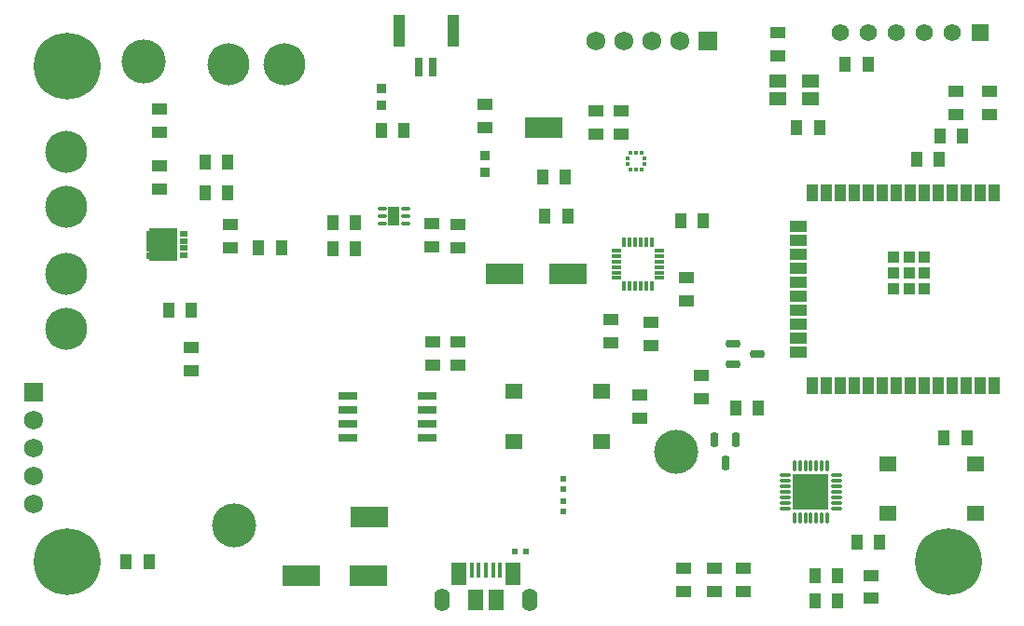
<source format=gbr>
%TF.GenerationSoftware,Altium Limited,Altium Designer,23.5.1 (21)*%
G04 Layer_Color=8388736*
%FSLAX45Y45*%
%MOMM*%
%TF.SameCoordinates,A45302B9-DC87-4458-812D-9FFDCF7A8BA5*%
%TF.FilePolarity,Negative*%
%TF.FileFunction,Soldermask,Top*%
%TF.Part,Single*%
G01*
G75*
%TA.AperFunction,SMDPad,CuDef*%
%ADD24R,0.45000X1.38000*%
%ADD25R,1.47500X2.10000*%
%ADD26R,1.37500X1.90000*%
%TA.AperFunction,ComponentPad*%
G04:AMPARAMS|DCode=48|XSize=2.1mm|YSize=1.4mm|CornerRadius=0.7mm|HoleSize=0mm|Usage=FLASHONLY|Rotation=90.000|XOffset=0mm|YOffset=0mm|HoleType=Round|Shape=RoundedRectangle|*
%AMROUNDEDRECTD48*
21,1,2.10000,0.00000,0,0,90.0*
21,1,0.70000,1.40000,0,0,90.0*
1,1,1.40000,0.00000,0.35000*
1,1,1.40000,0.00000,-0.35000*
1,1,1.40000,0.00000,-0.35000*
1,1,1.40000,0.00000,0.35000*
%
%ADD48ROUNDEDRECTD48*%
%TA.AperFunction,BGAPad,CuDef*%
%ADD67R,0.97600X0.97600*%
%TA.AperFunction,SMDPad,CuDef*%
%ADD68R,0.97600X1.57600*%
%ADD69R,1.57600X0.97600*%
%ADD70R,0.67600X0.47600*%
G04:AMPARAMS|DCode=71|XSize=1.306mm|YSize=0.666mm|CornerRadius=0.1855mm|HoleSize=0mm|Usage=FLASHONLY|Rotation=270.000|XOffset=0mm|YOffset=0mm|HoleType=Round|Shape=RoundedRectangle|*
%AMROUNDEDRECTD71*
21,1,1.30600,0.29500,0,0,270.0*
21,1,0.93500,0.66600,0,0,270.0*
1,1,0.37100,-0.14750,-0.46750*
1,1,0.37100,-0.14750,0.46750*
1,1,0.37100,0.14750,0.46750*
1,1,0.37100,0.14750,-0.46750*
%
%ADD71ROUNDEDRECTD71*%
G04:AMPARAMS|DCode=72|XSize=0.766mm|YSize=0.396mm|CornerRadius=0.078mm|HoleSize=0mm|Usage=FLASHONLY|Rotation=180.000|XOffset=0mm|YOffset=0mm|HoleType=Round|Shape=RoundedRectangle|*
%AMROUNDEDRECTD72*
21,1,0.76600,0.24000,0,0,180.0*
21,1,0.61000,0.39600,0,0,180.0*
1,1,0.15600,-0.30500,0.12000*
1,1,0.15600,0.30500,0.12000*
1,1,0.15600,0.30500,-0.12000*
1,1,0.15600,-0.30500,-0.12000*
%
%ADD72ROUNDEDRECTD72*%
%ADD73R,1.07600X1.67600*%
%ADD74R,1.72600X0.72600*%
%ADD75R,0.86600X0.33600*%
%ADD76R,0.33600X0.86600*%
%ADD77R,1.62600X1.37600*%
%ADD78R,0.87600X0.87600*%
%ADD79R,0.67600X1.77600*%
%ADD80R,1.07600X2.87600*%
%TA.AperFunction,FiducialPad,Global*%
%ADD81C,4.00000*%
%TA.AperFunction,SMDPad,CuDef*%
%ADD82R,0.62600X0.57600*%
G04:AMPARAMS|DCode=83|XSize=0.336mm|YSize=1.046mm|CornerRadius=0.103mm|HoleSize=0mm|Usage=FLASHONLY|Rotation=270.000|XOffset=0mm|YOffset=0mm|HoleType=Round|Shape=RoundedRectangle|*
%AMROUNDEDRECTD83*
21,1,0.33600,0.84000,0,0,270.0*
21,1,0.13000,1.04600,0,0,270.0*
1,1,0.20600,-0.42000,-0.06500*
1,1,0.20600,-0.42000,0.06500*
1,1,0.20600,0.42000,0.06500*
1,1,0.20600,0.42000,-0.06500*
%
%ADD83ROUNDEDRECTD83*%
G04:AMPARAMS|DCode=84|XSize=0.336mm|YSize=1.046mm|CornerRadius=0.103mm|HoleSize=0mm|Usage=FLASHONLY|Rotation=0.000|XOffset=0mm|YOffset=0mm|HoleType=Round|Shape=RoundedRectangle|*
%AMROUNDEDRECTD84*
21,1,0.33600,0.84000,0,0,0.0*
21,1,0.13000,1.04600,0,0,0.0*
1,1,0.20600,0.06500,-0.42000*
1,1,0.20600,-0.06500,-0.42000*
1,1,0.20600,-0.06500,0.42000*
1,1,0.20600,0.06500,0.42000*
%
%ADD84ROUNDEDRECTD84*%
%ADD85R,3.22600X3.22600*%
%ADD86R,1.37600X0.97600*%
%ADD87R,0.32600X0.35100*%
%ADD88R,0.35100X0.32600*%
%TA.AperFunction,TestPad*%
%ADD89R,3.50500X1.85400*%
%TA.AperFunction,SMDPad,CuDef*%
%ADD90R,1.49860X1.16840*%
%ADD91R,0.97600X1.37600*%
%ADD92R,0.57600X0.62600*%
G04:AMPARAMS|DCode=93|XSize=1.306mm|YSize=0.666mm|CornerRadius=0.1855mm|HoleSize=0mm|Usage=FLASHONLY|Rotation=0.000|XOffset=0mm|YOffset=0mm|HoleType=Round|Shape=RoundedRectangle|*
%AMROUNDEDRECTD93*
21,1,1.30600,0.29500,0,0,0.0*
21,1,0.93500,0.66600,0,0,0.0*
1,1,0.37100,0.46750,-0.14750*
1,1,0.37100,-0.46750,-0.14750*
1,1,0.37100,-0.46750,0.14750*
1,1,0.37100,0.46750,0.14750*
%
%ADD93ROUNDEDRECTD93*%
%TA.AperFunction,ComponentPad*%
%ADD94C,1.72600*%
%ADD95R,1.72600X1.72600*%
%ADD96C,6.07600*%
%ADD97C,1.57600*%
%ADD98R,1.57600X1.57600*%
%ADD99C,3.82600*%
%ADD100R,1.72600X1.72600*%
G36*
X1502200Y3370580D02*
Y3229700D01*
X1247200D01*
Y3250700D01*
X1222200D01*
Y3310700D01*
X1247200D01*
Y3315700D01*
X1222200D01*
Y3370580D01*
Y3440700D01*
X1247200D01*
Y3445700D01*
X1222200D01*
Y3505700D01*
X1247200D01*
Y3529700D01*
X1502200D01*
Y3370580D01*
D02*
G37*
D24*
X4430450Y418400D02*
D03*
X4300450D02*
D03*
X4365450D02*
D03*
X4235450D02*
D03*
X4170450D02*
D03*
D25*
X4546700Y382400D02*
D03*
X4054200D02*
D03*
D26*
X4394200Y152400D02*
D03*
X4206700D02*
D03*
D48*
X4695450D02*
D03*
X3905450D02*
D03*
D67*
X8003400Y2980500D02*
D03*
Y3120500D02*
D03*
Y3260500D02*
D03*
X8143400Y2980500D02*
D03*
Y3120500D02*
D03*
Y3260500D02*
D03*
X8283400Y2980500D02*
D03*
Y3120500D02*
D03*
Y3260500D02*
D03*
D68*
X8915400Y2095500D02*
D03*
X8788400D02*
D03*
X8661400D02*
D03*
X8534400D02*
D03*
X8407400D02*
D03*
X8280400D02*
D03*
X8153400D02*
D03*
X8026400D02*
D03*
X7899400D02*
D03*
X7772400D02*
D03*
X7645400D02*
D03*
X7518400D02*
D03*
X7391400D02*
D03*
X7264400D02*
D03*
Y3845500D02*
D03*
X7391400D02*
D03*
X7518400D02*
D03*
X7645400D02*
D03*
X7772400D02*
D03*
X7899400D02*
D03*
X8026400D02*
D03*
X8153400D02*
D03*
X8280400D02*
D03*
X8407400D02*
D03*
X8534400D02*
D03*
X8661400D02*
D03*
X8788400D02*
D03*
X8915400D02*
D03*
D69*
X7139400Y2399000D02*
D03*
Y2526000D02*
D03*
Y2653000D02*
D03*
Y2780000D02*
D03*
Y2907000D02*
D03*
Y3034000D02*
D03*
Y3161000D02*
D03*
Y3288000D02*
D03*
Y3415000D02*
D03*
Y3542000D02*
D03*
D70*
X1557200Y3345700D02*
D03*
Y3280700D02*
D03*
Y3410700D02*
D03*
Y3475700D02*
D03*
D71*
X6569300Y1604600D02*
D03*
X6379300D02*
D03*
X6474300Y1392600D02*
D03*
D72*
X3569100Y3573200D02*
D03*
Y3638200D02*
D03*
Y3703200D02*
D03*
X3365100D02*
D03*
Y3638200D02*
D03*
Y3573200D02*
D03*
D73*
X3467100Y3638200D02*
D03*
D74*
X3051900Y2006600D02*
D03*
Y1879600D02*
D03*
Y1752600D02*
D03*
Y1625600D02*
D03*
X3771900D02*
D03*
Y1752600D02*
D03*
Y1879600D02*
D03*
Y2006600D02*
D03*
D75*
X5483200Y3324100D02*
D03*
Y3274100D02*
D03*
Y3224100D02*
D03*
Y3174100D02*
D03*
Y3124100D02*
D03*
Y3074100D02*
D03*
X5877200D02*
D03*
Y3124100D02*
D03*
Y3174100D02*
D03*
Y3224100D02*
D03*
Y3274100D02*
D03*
Y3324100D02*
D03*
D76*
X5555200Y3002100D02*
D03*
X5605200D02*
D03*
X5655200D02*
D03*
X5705200D02*
D03*
X5755200D02*
D03*
X5805200D02*
D03*
Y3396100D02*
D03*
X5755200D02*
D03*
X5705200D02*
D03*
X5655200D02*
D03*
X5605200D02*
D03*
X5555200D02*
D03*
D77*
X4555160Y2041680D02*
D03*
Y1591680D02*
D03*
X5350160D02*
D03*
Y2041680D02*
D03*
X7948600Y1385200D02*
D03*
Y935200D02*
D03*
X8743600D02*
D03*
Y1385200D02*
D03*
D78*
X3349400Y4794800D02*
D03*
Y4644800D02*
D03*
X4292600Y4037260D02*
D03*
Y4187260D02*
D03*
D79*
X3820700Y4991100D02*
D03*
X3695700D02*
D03*
D80*
X3510700Y5326100D02*
D03*
X4005700D02*
D03*
D81*
X1193800Y5039360D02*
D03*
X2013692Y825500D02*
D03*
X6032500Y1498600D02*
D03*
D82*
X4661289Y589280D02*
D03*
X4566289D02*
D03*
D83*
X7014700Y1280300D02*
D03*
Y1230300D02*
D03*
Y1180300D02*
D03*
Y1130300D02*
D03*
Y1080300D02*
D03*
Y1030300D02*
D03*
Y980300D02*
D03*
X7488700D02*
D03*
Y1030300D02*
D03*
Y1080300D02*
D03*
Y1130300D02*
D03*
Y1180300D02*
D03*
Y1230300D02*
D03*
Y1280300D02*
D03*
D84*
X7101700Y893300D02*
D03*
X7151700D02*
D03*
X7201700D02*
D03*
X7251700D02*
D03*
X7301700D02*
D03*
X7351700D02*
D03*
X7401700D02*
D03*
Y1367300D02*
D03*
X7351700D02*
D03*
X7301700D02*
D03*
X7251700D02*
D03*
X7201700D02*
D03*
X7151700D02*
D03*
X7101700D02*
D03*
D85*
X7251700Y1130300D02*
D03*
D86*
X6379300Y225200D02*
D03*
Y435200D02*
D03*
X7795260Y371700D02*
D03*
Y161700D02*
D03*
X8569960Y4771840D02*
D03*
Y4561840D02*
D03*
X8869680Y4562260D02*
D03*
Y4772260D02*
D03*
X6120748Y3074100D02*
D03*
Y2864100D02*
D03*
X5530100Y4384239D02*
D03*
Y4594239D02*
D03*
X5803900Y2460400D02*
D03*
Y2670400D02*
D03*
X5302247Y4594239D02*
D03*
Y4384239D02*
D03*
X5435600Y2485800D02*
D03*
Y2695800D02*
D03*
X6642100Y435200D02*
D03*
Y225200D02*
D03*
X6096000D02*
D03*
Y435200D02*
D03*
X3806000Y3355340D02*
D03*
Y3565340D02*
D03*
X4048760Y3561980D02*
D03*
Y3351980D02*
D03*
X3818628Y2282600D02*
D03*
Y2492600D02*
D03*
X4051300D02*
D03*
Y2282600D02*
D03*
X5696320Y2012540D02*
D03*
Y1802540D02*
D03*
X1629000Y2230566D02*
D03*
Y2440566D02*
D03*
X1336639Y4401221D02*
D03*
Y4611221D02*
D03*
X6253050Y2187800D02*
D03*
Y1977800D02*
D03*
X1336639Y3883800D02*
D03*
Y4093800D02*
D03*
X1981200Y3556860D02*
D03*
Y3346860D02*
D03*
X6949440Y5304380D02*
D03*
Y5094380D02*
D03*
X4292396Y4651600D02*
D03*
Y4441600D02*
D03*
D87*
X5614100Y4216000D02*
D03*
X5664100D02*
D03*
X5714100D02*
D03*
Y4063600D02*
D03*
X5664100D02*
D03*
X5614100D02*
D03*
D88*
X5740400Y4164800D02*
D03*
Y4114800D02*
D03*
X5587800D02*
D03*
Y4164800D02*
D03*
D89*
X2623221Y372155D02*
D03*
X3237773D02*
D03*
X3240313Y903015D02*
D03*
X5042760Y3108960D02*
D03*
X4823460Y4439920D02*
D03*
X4469490Y3110589D02*
D03*
D90*
X6949300Y4867900D02*
D03*
Y4707900D02*
D03*
X7249300Y4867900D02*
D03*
Y4707900D02*
D03*
D91*
X8209074Y4152900D02*
D03*
X8419074D02*
D03*
X8666480Y1617980D02*
D03*
X8456480D02*
D03*
X7286391Y139700D02*
D03*
X7496391D02*
D03*
X6277200Y3594100D02*
D03*
X6067200D02*
D03*
X3119120Y3573780D02*
D03*
X2909120D02*
D03*
Y3340100D02*
D03*
X3119120D02*
D03*
X7772400Y5013960D02*
D03*
X7562400D02*
D03*
X8421780Y4368800D02*
D03*
X8631780D02*
D03*
X7877400Y673100D02*
D03*
X7667400D02*
D03*
X1629000Y2781300D02*
D03*
X1419000D02*
D03*
X6567580Y1892410D02*
D03*
X6777580D02*
D03*
X2234340Y3346860D02*
D03*
X2444340D02*
D03*
X4832760Y3632947D02*
D03*
X5042760D02*
D03*
X4814120Y3990340D02*
D03*
X5024120D02*
D03*
X1749200Y3845500D02*
D03*
X1959200D02*
D03*
Y4127500D02*
D03*
X1749200D02*
D03*
X7330829Y4439920D02*
D03*
X7120829D02*
D03*
X1036700Y500000D02*
D03*
X1246700D02*
D03*
X3559400Y4419600D02*
D03*
X3349400D02*
D03*
X7496391Y370840D02*
D03*
X7286391D02*
D03*
D92*
X5003800Y1158240D02*
D03*
Y1253240D02*
D03*
X5006340Y954871D02*
D03*
Y1049871D02*
D03*
D93*
X6548800Y2479900D02*
D03*
Y2289900D02*
D03*
X6760800Y2384900D02*
D03*
D94*
X197650Y1277150D02*
D03*
Y1531150D02*
D03*
Y1785150D02*
D03*
Y1023150D02*
D03*
X5554980Y5232400D02*
D03*
X5300980D02*
D03*
X5808980D02*
D03*
X6062980D02*
D03*
D95*
X197650Y2039150D02*
D03*
D96*
X8500000Y500000D02*
D03*
X500000D02*
D03*
Y5000000D02*
D03*
D97*
X7519610Y5303520D02*
D03*
X7773610D02*
D03*
X8027610D02*
D03*
X8281610D02*
D03*
X8535610D02*
D03*
D98*
X8789610D02*
D03*
D99*
X1968500Y5016500D02*
D03*
X2468500D02*
D03*
X495300Y3111500D02*
D03*
Y2611500D02*
D03*
Y4221100D02*
D03*
Y3721100D02*
D03*
D100*
X6316980Y5232400D02*
D03*
%TF.MD5,e715b3191d1870673c56b66ca4841902*%
M02*

</source>
